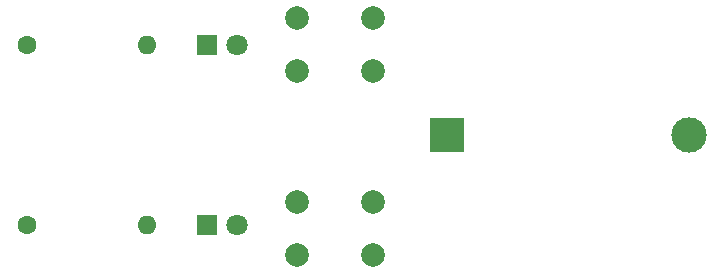
<source format=gbr>
%TF.GenerationSoftware,KiCad,Pcbnew,7.0.9*%
%TF.CreationDate,2024-01-08T23:19:19+02:00*%
%TF.ProjectId,Ex05-Chapter06,45783035-2d43-4686-9170-74657230362e,rev?*%
%TF.SameCoordinates,Original*%
%TF.FileFunction,Soldermask,Bot*%
%TF.FilePolarity,Negative*%
%FSLAX46Y46*%
G04 Gerber Fmt 4.6, Leading zero omitted, Abs format (unit mm)*
G04 Created by KiCad (PCBNEW 7.0.9) date 2024-01-08 23:19:19*
%MOMM*%
%LPD*%
G01*
G04 APERTURE LIST*
%ADD10O,1.600000X1.600000*%
%ADD11C,1.600000*%
%ADD12C,2.000000*%
%ADD13R,3.000000X3.000000*%
%ADD14C,3.000000*%
%ADD15R,1.800000X1.800000*%
%ADD16C,1.800000*%
G04 APERTURE END LIST*
D10*
%TO.C,REF\u002A\u002A*%
X104140000Y-86360000D03*
D11*
X93980000Y-86360000D03*
%TD*%
D12*
%TO.C,REF\u002A\u002A*%
X116840000Y-99640000D03*
X123340000Y-99640000D03*
X116840000Y-104140000D03*
X123340000Y-104140000D03*
%TD*%
%TO.C,REF\u002A\u002A*%
X116840000Y-84110000D03*
X123340000Y-84110000D03*
X116840000Y-88610000D03*
X123340000Y-88610000D03*
%TD*%
D13*
%TO.C,REF\u002A\u002A*%
X129540000Y-93980000D03*
D14*
X150030000Y-93980000D03*
%TD*%
D10*
%TO.C,REF\u002A\u002A*%
X104140000Y-101600000D03*
D11*
X93980000Y-101600000D03*
%TD*%
D15*
%TO.C,REF\u002A\u002A*%
X109220000Y-86360000D03*
D16*
X111760000Y-86360000D03*
%TD*%
%TO.C,REF\u002A\u002A*%
X111760000Y-101600000D03*
D15*
X109220000Y-101600000D03*
%TD*%
M02*

</source>
